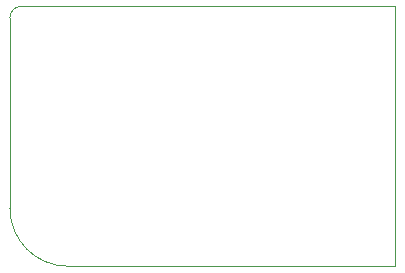
<source format=gm1>
%TF.GenerationSoftware,KiCad,Pcbnew,(5.1.10)-1*%
%TF.CreationDate,2021-08-05T17:21:45+02:00*%
%TF.ProjectId,mp3_buttons_pcb,6d70335f-6275-4747-946f-6e735f706362,rev?*%
%TF.SameCoordinates,Original*%
%TF.FileFunction,Profile,NP*%
%FSLAX46Y46*%
G04 Gerber Fmt 4.6, Leading zero omitted, Abs format (unit mm)*
G04 Created by KiCad (PCBNEW (5.1.10)-1) date 2021-08-05 17:21:45*
%MOMM*%
%LPD*%
G01*
G04 APERTURE LIST*
%TA.AperFunction,Profile*%
%ADD10C,0.050000*%
%TD*%
G04 APERTURE END LIST*
D10*
X182283545Y-120889205D02*
G75*
G02*
X177385980Y-115991640I0J4897565D01*
G01*
X177386153Y-99847400D02*
G75*
G02*
X178354456Y-98879097I968303J0D01*
G01*
X177386153Y-99847400D02*
X177385980Y-115991640D01*
X210017360Y-98879660D02*
X178354456Y-98879097D01*
X210017360Y-120888760D02*
X210017360Y-98879660D01*
X182283545Y-120889205D02*
X210017360Y-120888760D01*
M02*

</source>
